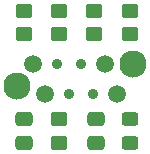
<source format=gts>
%TF.GenerationSoftware,KiCad,Pcbnew,8.0.1-8.0.1-1~ubuntu22.04.1*%
%TF.CreationDate,2024-03-30T14:54:35-04:00*%
%TF.ProjectId,terminaison_can,7465726d-696e-4616-9973-6f6e5f63616e,rev?*%
%TF.SameCoordinates,Original*%
%TF.FileFunction,Soldermask,Top*%
%TF.FilePolarity,Negative*%
%FSLAX46Y46*%
G04 Gerber Fmt 4.6, Leading zero omitted, Abs format (unit mm)*
G04 Created by KiCad (PCBNEW 8.0.1-8.0.1-1~ubuntu22.04.1) date 2024-03-30 14:54:35*
%MOMM*%
%LPD*%
G01*
G04 APERTURE LIST*
G04 Aperture macros list*
%AMRoundRect*
0 Rectangle with rounded corners*
0 $1 Rounding radius*
0 $2 $3 $4 $5 $6 $7 $8 $9 X,Y pos of 4 corners*
0 Add a 4 corners polygon primitive as box body*
4,1,4,$2,$3,$4,$5,$6,$7,$8,$9,$2,$3,0*
0 Add four circle primitives for the rounded corners*
1,1,$1+$1,$2,$3*
1,1,$1+$1,$4,$5*
1,1,$1+$1,$6,$7*
1,1,$1+$1,$8,$9*
0 Add four rect primitives between the rounded corners*
20,1,$1+$1,$2,$3,$4,$5,0*
20,1,$1+$1,$4,$5,$6,$7,0*
20,1,$1+$1,$6,$7,$8,$9,0*
20,1,$1+$1,$8,$9,$2,$3,0*%
G04 Aperture macros list end*
%ADD10RoundRect,0.250000X-0.475000X0.337500X-0.475000X-0.337500X0.475000X-0.337500X0.475000X0.337500X0*%
%ADD11RoundRect,0.250000X-0.450000X0.350000X-0.450000X-0.350000X0.450000X-0.350000X0.450000X0.350000X0*%
%ADD12RoundRect,0.250000X0.450000X-0.350000X0.450000X0.350000X-0.450000X0.350000X-0.450000X-0.350000X0*%
%ADD13RoundRect,0.250000X0.450000X-0.325000X0.450000X0.325000X-0.450000X0.325000X-0.450000X-0.325000X0*%
%ADD14C,2.300000*%
%ADD15C,0.900000*%
%ADD16C,1.500000*%
G04 APERTURE END LIST*
D10*
%TO.C,C2*%
X19928000Y-31012500D03*
X19928000Y-33087500D03*
%TD*%
D11*
%TO.C,R1*%
X19928000Y-21850000D03*
X19928000Y-23850000D03*
%TD*%
D12*
%TO.C,R2*%
X22928000Y-33050000D03*
X22928000Y-31050000D03*
%TD*%
D13*
%TO.C,D1*%
X28928000Y-33075000D03*
X28928000Y-31025000D03*
%TD*%
D12*
%TO.C,R5*%
X28928000Y-23850000D03*
X28928000Y-21850000D03*
%TD*%
D11*
%TO.C,R4*%
X22928000Y-21850000D03*
X22928000Y-23850000D03*
%TD*%
D10*
%TO.C,C3*%
X26028000Y-31012500D03*
X26028000Y-33087500D03*
%TD*%
D11*
%TO.C,R3*%
X25928000Y-21850000D03*
X25928000Y-23850000D03*
%TD*%
D14*
%TO.C,CON1*%
X29162000Y-26350000D03*
D15*
X25796000Y-28880000D03*
X24780000Y-26350000D03*
X23764000Y-28880000D03*
X22748000Y-26350000D03*
D14*
X19382000Y-28255000D03*
D16*
X20716000Y-26350000D03*
X21732000Y-28880000D03*
X26812000Y-26350000D03*
X27828000Y-28880000D03*
%TD*%
M02*

</source>
